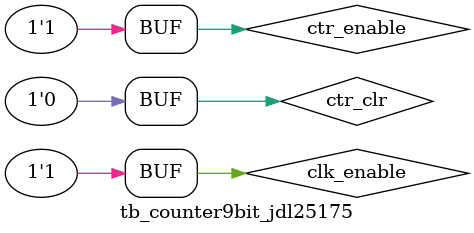
<source format=v>

`timescale 1ns/100ps

module tb_counter9bit_jdl25175();
   reg        clk_enable;	// Locally-created clock enable signal
   reg        ctr_enable;	// Locally-created counter enable signal
   reg        ctr_clr;		// Locally-created counter clear signal
   wire       clk_out;		// Clock produced by the clk module
   wire [8:0] count1, count2;	// Counter outputs for the two 9-bit counters

// Instantiate the clock generator with a period of 100 ns
   clk #(100) clk1(clk_enable, clk_out);

// Intantiate two versions of the counter. ctr1 uses the default values.
// ctr2 overrides the default values of the parameters with #(20,30) ns.
   counter9bit_jdl25175          ctr1(ctr_enable, ctr_clr, clk_out, count1);
   counter9bit_jdl25175 #(20,30) ctr2(ctr_enable, ctr_clr, clk_out, count2);

// Sequence the ENABLE and CLR signals
   initial begin
      clk_enable = 1;
      ctr_enable = 0;
      ctr_clr = 0;
      #10  ctr_clr = 1;
      #40  ctr_clr = 0;
      #50  ctr_enable = 1;
      #1000 ctr_enable = 0;
      #200 ctr_enable = 1;
      #300 ctr_clr = 1;
      #60  ctr_clr = 0;
   end

endmodule

</source>
